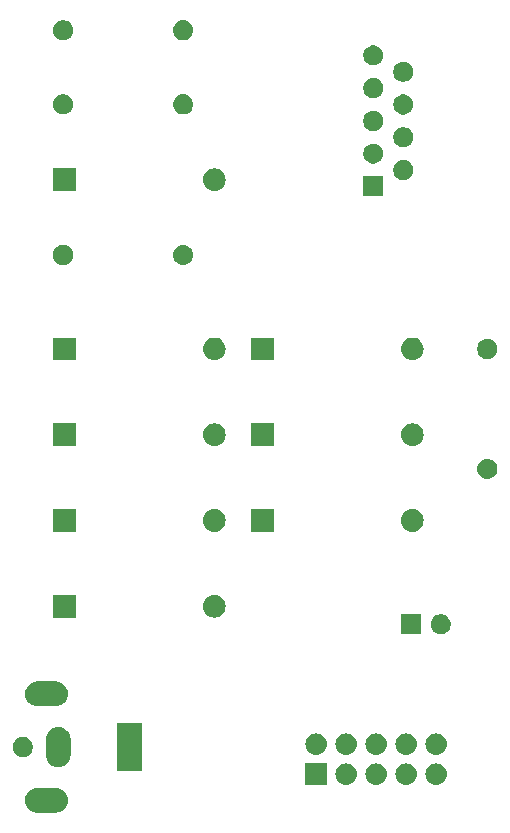
<source format=gbr>
G04 #@! TF.GenerationSoftware,KiCad,Pcbnew,5.1.4-3.fc30*
G04 #@! TF.CreationDate,2019-09-19T16:23:22+02:00*
G04 #@! TF.ProjectId,dasa,64617361-2e6b-4696-9361-645f70636258,rev?*
G04 #@! TF.SameCoordinates,Original*
G04 #@! TF.FileFunction,Soldermask,Top*
G04 #@! TF.FilePolarity,Negative*
%FSLAX46Y46*%
G04 Gerber Fmt 4.6, Leading zero omitted, Abs format (unit mm)*
G04 Created by KiCad (PCBNEW 5.1.4-3.fc30) date 2019-09-19 16:23:22*
%MOMM*%
%LPD*%
G04 APERTURE LIST*
%ADD10C,0.100000*%
G04 APERTURE END LIST*
D10*
G36*
X115163097Y-111634069D02*
G01*
X115266032Y-111644207D01*
X115464146Y-111704305D01*
X115464149Y-111704306D01*
X115560975Y-111756061D01*
X115646729Y-111801897D01*
X115806765Y-111933235D01*
X115938103Y-112093271D01*
X115983939Y-112179025D01*
X116035694Y-112275851D01*
X116035695Y-112275854D01*
X116095793Y-112473968D01*
X116116085Y-112680000D01*
X116095793Y-112886032D01*
X116035695Y-113084146D01*
X116035694Y-113084149D01*
X115983939Y-113180975D01*
X115938103Y-113266729D01*
X115806765Y-113426765D01*
X115646729Y-113558103D01*
X115560975Y-113603939D01*
X115464149Y-113655694D01*
X115464146Y-113655695D01*
X115266032Y-113715793D01*
X115163097Y-113725931D01*
X115111631Y-113731000D01*
X113508369Y-113731000D01*
X113456903Y-113725931D01*
X113353968Y-113715793D01*
X113155854Y-113655695D01*
X113155851Y-113655694D01*
X113059025Y-113603939D01*
X112973271Y-113558103D01*
X112813235Y-113426765D01*
X112681897Y-113266729D01*
X112636061Y-113180975D01*
X112584306Y-113084149D01*
X112584305Y-113084146D01*
X112524207Y-112886032D01*
X112503915Y-112680000D01*
X112524207Y-112473968D01*
X112584305Y-112275854D01*
X112584306Y-112275851D01*
X112636061Y-112179025D01*
X112681897Y-112093271D01*
X112813235Y-111933235D01*
X112973271Y-111801897D01*
X113059025Y-111756061D01*
X113155851Y-111704306D01*
X113155854Y-111704305D01*
X113353968Y-111644207D01*
X113456903Y-111634069D01*
X113508369Y-111629000D01*
X115111631Y-111629000D01*
X115163097Y-111634069D01*
X115163097Y-111634069D01*
G37*
G36*
X138074600Y-111404600D02*
G01*
X136245400Y-111404600D01*
X136245400Y-109575400D01*
X138074600Y-109575400D01*
X138074600Y-111404600D01*
X138074600Y-111404600D01*
G37*
G36*
X139879294Y-109588633D02*
G01*
X140051695Y-109640931D01*
X140210583Y-109725858D01*
X140349849Y-109840151D01*
X140464142Y-109979417D01*
X140549069Y-110138305D01*
X140601367Y-110310706D01*
X140619025Y-110490000D01*
X140601367Y-110669294D01*
X140549069Y-110841695D01*
X140464142Y-111000583D01*
X140349849Y-111139849D01*
X140210583Y-111254142D01*
X140051695Y-111339069D01*
X139879294Y-111391367D01*
X139744931Y-111404600D01*
X139655069Y-111404600D01*
X139520706Y-111391367D01*
X139348305Y-111339069D01*
X139189417Y-111254142D01*
X139050151Y-111139849D01*
X138935858Y-111000583D01*
X138850931Y-110841695D01*
X138798633Y-110669294D01*
X138780975Y-110490000D01*
X138798633Y-110310706D01*
X138850931Y-110138305D01*
X138935858Y-109979417D01*
X139050151Y-109840151D01*
X139189417Y-109725858D01*
X139348305Y-109640931D01*
X139520706Y-109588633D01*
X139655069Y-109575400D01*
X139744931Y-109575400D01*
X139879294Y-109588633D01*
X139879294Y-109588633D01*
G37*
G36*
X142419294Y-109588633D02*
G01*
X142591695Y-109640931D01*
X142750583Y-109725858D01*
X142889849Y-109840151D01*
X143004142Y-109979417D01*
X143089069Y-110138305D01*
X143141367Y-110310706D01*
X143159025Y-110490000D01*
X143141367Y-110669294D01*
X143089069Y-110841695D01*
X143004142Y-111000583D01*
X142889849Y-111139849D01*
X142750583Y-111254142D01*
X142591695Y-111339069D01*
X142419294Y-111391367D01*
X142284931Y-111404600D01*
X142195069Y-111404600D01*
X142060706Y-111391367D01*
X141888305Y-111339069D01*
X141729417Y-111254142D01*
X141590151Y-111139849D01*
X141475858Y-111000583D01*
X141390931Y-110841695D01*
X141338633Y-110669294D01*
X141320975Y-110490000D01*
X141338633Y-110310706D01*
X141390931Y-110138305D01*
X141475858Y-109979417D01*
X141590151Y-109840151D01*
X141729417Y-109725858D01*
X141888305Y-109640931D01*
X142060706Y-109588633D01*
X142195069Y-109575400D01*
X142284931Y-109575400D01*
X142419294Y-109588633D01*
X142419294Y-109588633D01*
G37*
G36*
X147499294Y-109588633D02*
G01*
X147671695Y-109640931D01*
X147830583Y-109725858D01*
X147969849Y-109840151D01*
X148084142Y-109979417D01*
X148169069Y-110138305D01*
X148221367Y-110310706D01*
X148239025Y-110490000D01*
X148221367Y-110669294D01*
X148169069Y-110841695D01*
X148084142Y-111000583D01*
X147969849Y-111139849D01*
X147830583Y-111254142D01*
X147671695Y-111339069D01*
X147499294Y-111391367D01*
X147364931Y-111404600D01*
X147275069Y-111404600D01*
X147140706Y-111391367D01*
X146968305Y-111339069D01*
X146809417Y-111254142D01*
X146670151Y-111139849D01*
X146555858Y-111000583D01*
X146470931Y-110841695D01*
X146418633Y-110669294D01*
X146400975Y-110490000D01*
X146418633Y-110310706D01*
X146470931Y-110138305D01*
X146555858Y-109979417D01*
X146670151Y-109840151D01*
X146809417Y-109725858D01*
X146968305Y-109640931D01*
X147140706Y-109588633D01*
X147275069Y-109575400D01*
X147364931Y-109575400D01*
X147499294Y-109588633D01*
X147499294Y-109588633D01*
G37*
G36*
X144959294Y-109588633D02*
G01*
X145131695Y-109640931D01*
X145290583Y-109725858D01*
X145429849Y-109840151D01*
X145544142Y-109979417D01*
X145629069Y-110138305D01*
X145681367Y-110310706D01*
X145699025Y-110490000D01*
X145681367Y-110669294D01*
X145629069Y-110841695D01*
X145544142Y-111000583D01*
X145429849Y-111139849D01*
X145290583Y-111254142D01*
X145131695Y-111339069D01*
X144959294Y-111391367D01*
X144824931Y-111404600D01*
X144735069Y-111404600D01*
X144600706Y-111391367D01*
X144428305Y-111339069D01*
X144269417Y-111254142D01*
X144130151Y-111139849D01*
X144015858Y-111000583D01*
X143930931Y-110841695D01*
X143878633Y-110669294D01*
X143860975Y-110490000D01*
X143878633Y-110310706D01*
X143930931Y-110138305D01*
X144015858Y-109979417D01*
X144130151Y-109840151D01*
X144269417Y-109725858D01*
X144428305Y-109640931D01*
X144600706Y-109588633D01*
X144735069Y-109575400D01*
X144824931Y-109575400D01*
X144959294Y-109588633D01*
X144959294Y-109588633D01*
G37*
G36*
X122361000Y-110231000D02*
G01*
X120259000Y-110231000D01*
X120259000Y-106129000D01*
X122361000Y-106129000D01*
X122361000Y-110231000D01*
X122361000Y-110231000D01*
G37*
G36*
X115516032Y-106494207D02*
G01*
X115714146Y-106554305D01*
X115714149Y-106554306D01*
X115810975Y-106606061D01*
X115896729Y-106651897D01*
X116056765Y-106783235D01*
X116188103Y-106943271D01*
X116233939Y-107029025D01*
X116285694Y-107125851D01*
X116285695Y-107125854D01*
X116345793Y-107323968D01*
X116361000Y-107478370D01*
X116361000Y-108881630D01*
X116345793Y-109036032D01*
X116285695Y-109234145D01*
X116285694Y-109234149D01*
X116233939Y-109330975D01*
X116188103Y-109416729D01*
X116056765Y-109576765D01*
X115896729Y-109708103D01*
X115780030Y-109770479D01*
X115714148Y-109805694D01*
X115714145Y-109805695D01*
X115516031Y-109865793D01*
X115310000Y-109886085D01*
X115103968Y-109865793D01*
X114905854Y-109805695D01*
X114905851Y-109805694D01*
X114809025Y-109753939D01*
X114723271Y-109708103D01*
X114563235Y-109576765D01*
X114431897Y-109416729D01*
X114334307Y-109234149D01*
X114334306Y-109234148D01*
X114334305Y-109234145D01*
X114274207Y-109036031D01*
X114259000Y-108881629D01*
X114259000Y-107478369D01*
X114274207Y-107323970D01*
X114334305Y-107125853D01*
X114409184Y-106985766D01*
X114431898Y-106943271D01*
X114563236Y-106783235D01*
X114723272Y-106651897D01*
X114809026Y-106606061D01*
X114905852Y-106554306D01*
X114905855Y-106554305D01*
X115103969Y-106494207D01*
X115310000Y-106473915D01*
X115516032Y-106494207D01*
X115516032Y-106494207D01*
G37*
G36*
X112558228Y-107361703D02*
G01*
X112713100Y-107425853D01*
X112852481Y-107518985D01*
X112971015Y-107637519D01*
X113064147Y-107776900D01*
X113128297Y-107931772D01*
X113161000Y-108096184D01*
X113161000Y-108263816D01*
X113128297Y-108428228D01*
X113064147Y-108583100D01*
X112971015Y-108722481D01*
X112852481Y-108841015D01*
X112713100Y-108934147D01*
X112558228Y-108998297D01*
X112393816Y-109031000D01*
X112226184Y-109031000D01*
X112061772Y-108998297D01*
X111906900Y-108934147D01*
X111767519Y-108841015D01*
X111648985Y-108722481D01*
X111555853Y-108583100D01*
X111491703Y-108428228D01*
X111459000Y-108263816D01*
X111459000Y-108096184D01*
X111491703Y-107931772D01*
X111555853Y-107776900D01*
X111648985Y-107637519D01*
X111767519Y-107518985D01*
X111906900Y-107425853D01*
X112061772Y-107361703D01*
X112226184Y-107329000D01*
X112393816Y-107329000D01*
X112558228Y-107361703D01*
X112558228Y-107361703D01*
G37*
G36*
X137339294Y-107048633D02*
G01*
X137511695Y-107100931D01*
X137670583Y-107185858D01*
X137809849Y-107300151D01*
X137924142Y-107439417D01*
X138009069Y-107598305D01*
X138061367Y-107770706D01*
X138079025Y-107950000D01*
X138061367Y-108129294D01*
X138009069Y-108301695D01*
X137924142Y-108460583D01*
X137809849Y-108599849D01*
X137670583Y-108714142D01*
X137511695Y-108799069D01*
X137339294Y-108851367D01*
X137204931Y-108864600D01*
X137115069Y-108864600D01*
X136980706Y-108851367D01*
X136808305Y-108799069D01*
X136649417Y-108714142D01*
X136510151Y-108599849D01*
X136395858Y-108460583D01*
X136310931Y-108301695D01*
X136258633Y-108129294D01*
X136240975Y-107950000D01*
X136258633Y-107770706D01*
X136310931Y-107598305D01*
X136395858Y-107439417D01*
X136510151Y-107300151D01*
X136649417Y-107185858D01*
X136808305Y-107100931D01*
X136980706Y-107048633D01*
X137115069Y-107035400D01*
X137204931Y-107035400D01*
X137339294Y-107048633D01*
X137339294Y-107048633D01*
G37*
G36*
X147499294Y-107048633D02*
G01*
X147671695Y-107100931D01*
X147830583Y-107185858D01*
X147969849Y-107300151D01*
X148084142Y-107439417D01*
X148169069Y-107598305D01*
X148221367Y-107770706D01*
X148239025Y-107950000D01*
X148221367Y-108129294D01*
X148169069Y-108301695D01*
X148084142Y-108460583D01*
X147969849Y-108599849D01*
X147830583Y-108714142D01*
X147671695Y-108799069D01*
X147499294Y-108851367D01*
X147364931Y-108864600D01*
X147275069Y-108864600D01*
X147140706Y-108851367D01*
X146968305Y-108799069D01*
X146809417Y-108714142D01*
X146670151Y-108599849D01*
X146555858Y-108460583D01*
X146470931Y-108301695D01*
X146418633Y-108129294D01*
X146400975Y-107950000D01*
X146418633Y-107770706D01*
X146470931Y-107598305D01*
X146555858Y-107439417D01*
X146670151Y-107300151D01*
X146809417Y-107185858D01*
X146968305Y-107100931D01*
X147140706Y-107048633D01*
X147275069Y-107035400D01*
X147364931Y-107035400D01*
X147499294Y-107048633D01*
X147499294Y-107048633D01*
G37*
G36*
X139879294Y-107048633D02*
G01*
X140051695Y-107100931D01*
X140210583Y-107185858D01*
X140349849Y-107300151D01*
X140464142Y-107439417D01*
X140549069Y-107598305D01*
X140601367Y-107770706D01*
X140619025Y-107950000D01*
X140601367Y-108129294D01*
X140549069Y-108301695D01*
X140464142Y-108460583D01*
X140349849Y-108599849D01*
X140210583Y-108714142D01*
X140051695Y-108799069D01*
X139879294Y-108851367D01*
X139744931Y-108864600D01*
X139655069Y-108864600D01*
X139520706Y-108851367D01*
X139348305Y-108799069D01*
X139189417Y-108714142D01*
X139050151Y-108599849D01*
X138935858Y-108460583D01*
X138850931Y-108301695D01*
X138798633Y-108129294D01*
X138780975Y-107950000D01*
X138798633Y-107770706D01*
X138850931Y-107598305D01*
X138935858Y-107439417D01*
X139050151Y-107300151D01*
X139189417Y-107185858D01*
X139348305Y-107100931D01*
X139520706Y-107048633D01*
X139655069Y-107035400D01*
X139744931Y-107035400D01*
X139879294Y-107048633D01*
X139879294Y-107048633D01*
G37*
G36*
X144959294Y-107048633D02*
G01*
X145131695Y-107100931D01*
X145290583Y-107185858D01*
X145429849Y-107300151D01*
X145544142Y-107439417D01*
X145629069Y-107598305D01*
X145681367Y-107770706D01*
X145699025Y-107950000D01*
X145681367Y-108129294D01*
X145629069Y-108301695D01*
X145544142Y-108460583D01*
X145429849Y-108599849D01*
X145290583Y-108714142D01*
X145131695Y-108799069D01*
X144959294Y-108851367D01*
X144824931Y-108864600D01*
X144735069Y-108864600D01*
X144600706Y-108851367D01*
X144428305Y-108799069D01*
X144269417Y-108714142D01*
X144130151Y-108599849D01*
X144015858Y-108460583D01*
X143930931Y-108301695D01*
X143878633Y-108129294D01*
X143860975Y-107950000D01*
X143878633Y-107770706D01*
X143930931Y-107598305D01*
X144015858Y-107439417D01*
X144130151Y-107300151D01*
X144269417Y-107185858D01*
X144428305Y-107100931D01*
X144600706Y-107048633D01*
X144735069Y-107035400D01*
X144824931Y-107035400D01*
X144959294Y-107048633D01*
X144959294Y-107048633D01*
G37*
G36*
X142419294Y-107048633D02*
G01*
X142591695Y-107100931D01*
X142750583Y-107185858D01*
X142889849Y-107300151D01*
X143004142Y-107439417D01*
X143089069Y-107598305D01*
X143141367Y-107770706D01*
X143159025Y-107950000D01*
X143141367Y-108129294D01*
X143089069Y-108301695D01*
X143004142Y-108460583D01*
X142889849Y-108599849D01*
X142750583Y-108714142D01*
X142591695Y-108799069D01*
X142419294Y-108851367D01*
X142284931Y-108864600D01*
X142195069Y-108864600D01*
X142060706Y-108851367D01*
X141888305Y-108799069D01*
X141729417Y-108714142D01*
X141590151Y-108599849D01*
X141475858Y-108460583D01*
X141390931Y-108301695D01*
X141338633Y-108129294D01*
X141320975Y-107950000D01*
X141338633Y-107770706D01*
X141390931Y-107598305D01*
X141475858Y-107439417D01*
X141590151Y-107300151D01*
X141729417Y-107185858D01*
X141888305Y-107100931D01*
X142060706Y-107048633D01*
X142195069Y-107035400D01*
X142284931Y-107035400D01*
X142419294Y-107048633D01*
X142419294Y-107048633D01*
G37*
G36*
X115163097Y-102634069D02*
G01*
X115266032Y-102644207D01*
X115464146Y-102704305D01*
X115464149Y-102704306D01*
X115560975Y-102756061D01*
X115646729Y-102801897D01*
X115806765Y-102933235D01*
X115938103Y-103093271D01*
X115983939Y-103179025D01*
X116035694Y-103275851D01*
X116035695Y-103275854D01*
X116095793Y-103473968D01*
X116116085Y-103680000D01*
X116095793Y-103886032D01*
X116035695Y-104084146D01*
X116035694Y-104084149D01*
X115983939Y-104180975D01*
X115938103Y-104266729D01*
X115806765Y-104426765D01*
X115646729Y-104558103D01*
X115560975Y-104603939D01*
X115464149Y-104655694D01*
X115464146Y-104655695D01*
X115266032Y-104715793D01*
X115163097Y-104725931D01*
X115111631Y-104731000D01*
X113508369Y-104731000D01*
X113456903Y-104725931D01*
X113353968Y-104715793D01*
X113155854Y-104655695D01*
X113155851Y-104655694D01*
X113059025Y-104603939D01*
X112973271Y-104558103D01*
X112813235Y-104426765D01*
X112681897Y-104266729D01*
X112636061Y-104180975D01*
X112584306Y-104084149D01*
X112584305Y-104084146D01*
X112524207Y-103886032D01*
X112503915Y-103680000D01*
X112524207Y-103473968D01*
X112584305Y-103275854D01*
X112584306Y-103275851D01*
X112636061Y-103179025D01*
X112681897Y-103093271D01*
X112813235Y-102933235D01*
X112973271Y-102801897D01*
X113059025Y-102756061D01*
X113155851Y-102704306D01*
X113155854Y-102704305D01*
X113353968Y-102644207D01*
X113456903Y-102634069D01*
X113508369Y-102629000D01*
X115111631Y-102629000D01*
X115163097Y-102634069D01*
X115163097Y-102634069D01*
G37*
G36*
X146039000Y-98641000D02*
G01*
X144337000Y-98641000D01*
X144337000Y-96939000D01*
X146039000Y-96939000D01*
X146039000Y-98641000D01*
X146039000Y-98641000D01*
G37*
G36*
X147936228Y-96971703D02*
G01*
X148091100Y-97035853D01*
X148230481Y-97128985D01*
X148349015Y-97247519D01*
X148442147Y-97386900D01*
X148506297Y-97541772D01*
X148539000Y-97706184D01*
X148539000Y-97873816D01*
X148506297Y-98038228D01*
X148442147Y-98193100D01*
X148349015Y-98332481D01*
X148230481Y-98451015D01*
X148091100Y-98544147D01*
X147936228Y-98608297D01*
X147771816Y-98641000D01*
X147604184Y-98641000D01*
X147439772Y-98608297D01*
X147284900Y-98544147D01*
X147145519Y-98451015D01*
X147026985Y-98332481D01*
X146933853Y-98193100D01*
X146869703Y-98038228D01*
X146837000Y-97873816D01*
X146837000Y-97706184D01*
X146869703Y-97541772D01*
X146933853Y-97386900D01*
X147026985Y-97247519D01*
X147145519Y-97128985D01*
X147284900Y-97035853D01*
X147439772Y-96971703D01*
X147604184Y-96939000D01*
X147771816Y-96939000D01*
X147936228Y-96971703D01*
X147936228Y-96971703D01*
G37*
G36*
X128710425Y-95328760D02*
G01*
X128710428Y-95328761D01*
X128710429Y-95328761D01*
X128889693Y-95383140D01*
X128889696Y-95383142D01*
X128889697Y-95383142D01*
X129054903Y-95471446D01*
X129199712Y-95590288D01*
X129318554Y-95735097D01*
X129406858Y-95900303D01*
X129406860Y-95900307D01*
X129461239Y-96079571D01*
X129461240Y-96079575D01*
X129479601Y-96266000D01*
X129461240Y-96452425D01*
X129461239Y-96452428D01*
X129461239Y-96452429D01*
X129406860Y-96631693D01*
X129406858Y-96631696D01*
X129406858Y-96631697D01*
X129318554Y-96796903D01*
X129199712Y-96941712D01*
X129054903Y-97060554D01*
X128889697Y-97148858D01*
X128889693Y-97148860D01*
X128710429Y-97203239D01*
X128710428Y-97203239D01*
X128710425Y-97203240D01*
X128570718Y-97217000D01*
X128477282Y-97217000D01*
X128337575Y-97203240D01*
X128337572Y-97203239D01*
X128337571Y-97203239D01*
X128158307Y-97148860D01*
X128158303Y-97148858D01*
X127993097Y-97060554D01*
X127848288Y-96941712D01*
X127729446Y-96796903D01*
X127641142Y-96631697D01*
X127641142Y-96631696D01*
X127641140Y-96631693D01*
X127586761Y-96452429D01*
X127586761Y-96452428D01*
X127586760Y-96452425D01*
X127568399Y-96266000D01*
X127586760Y-96079575D01*
X127586761Y-96079571D01*
X127641140Y-95900307D01*
X127641142Y-95900303D01*
X127729446Y-95735097D01*
X127848288Y-95590288D01*
X127993097Y-95471446D01*
X128158303Y-95383142D01*
X128158304Y-95383142D01*
X128158307Y-95383140D01*
X128337571Y-95328761D01*
X128337572Y-95328761D01*
X128337575Y-95328760D01*
X128477282Y-95315000D01*
X128570718Y-95315000D01*
X128710425Y-95328760D01*
X128710425Y-95328760D01*
G37*
G36*
X116775000Y-97217000D02*
G01*
X114873000Y-97217000D01*
X114873000Y-95315000D01*
X116775000Y-95315000D01*
X116775000Y-97217000D01*
X116775000Y-97217000D01*
G37*
G36*
X133539000Y-89951700D02*
G01*
X131637000Y-89951700D01*
X131637000Y-88049700D01*
X133539000Y-88049700D01*
X133539000Y-89951700D01*
X133539000Y-89951700D01*
G37*
G36*
X116775000Y-89951700D02*
G01*
X114873000Y-89951700D01*
X114873000Y-88049700D01*
X116775000Y-88049700D01*
X116775000Y-89951700D01*
X116775000Y-89951700D01*
G37*
G36*
X128710425Y-88063460D02*
G01*
X128710428Y-88063461D01*
X128710429Y-88063461D01*
X128889693Y-88117840D01*
X128889696Y-88117842D01*
X128889697Y-88117842D01*
X129054903Y-88206146D01*
X129199712Y-88324988D01*
X129318554Y-88469797D01*
X129406858Y-88635003D01*
X129406860Y-88635007D01*
X129461239Y-88814271D01*
X129461240Y-88814275D01*
X129479601Y-89000700D01*
X129461240Y-89187125D01*
X129461239Y-89187128D01*
X129461239Y-89187129D01*
X129406860Y-89366393D01*
X129406858Y-89366396D01*
X129406858Y-89366397D01*
X129318554Y-89531603D01*
X129199712Y-89676412D01*
X129054903Y-89795254D01*
X128889697Y-89883558D01*
X128889693Y-89883560D01*
X128710429Y-89937939D01*
X128710428Y-89937939D01*
X128710425Y-89937940D01*
X128570718Y-89951700D01*
X128477282Y-89951700D01*
X128337575Y-89937940D01*
X128337572Y-89937939D01*
X128337571Y-89937939D01*
X128158307Y-89883560D01*
X128158303Y-89883558D01*
X127993097Y-89795254D01*
X127848288Y-89676412D01*
X127729446Y-89531603D01*
X127641142Y-89366397D01*
X127641142Y-89366396D01*
X127641140Y-89366393D01*
X127586761Y-89187129D01*
X127586761Y-89187128D01*
X127586760Y-89187125D01*
X127568399Y-89000700D01*
X127586760Y-88814275D01*
X127586761Y-88814271D01*
X127641140Y-88635007D01*
X127641142Y-88635003D01*
X127729446Y-88469797D01*
X127848288Y-88324988D01*
X127993097Y-88206146D01*
X128158303Y-88117842D01*
X128158304Y-88117842D01*
X128158307Y-88117840D01*
X128337571Y-88063461D01*
X128337572Y-88063461D01*
X128337575Y-88063460D01*
X128477282Y-88049700D01*
X128570718Y-88049700D01*
X128710425Y-88063460D01*
X128710425Y-88063460D01*
G37*
G36*
X145474425Y-88063460D02*
G01*
X145474428Y-88063461D01*
X145474429Y-88063461D01*
X145653693Y-88117840D01*
X145653696Y-88117842D01*
X145653697Y-88117842D01*
X145818903Y-88206146D01*
X145963712Y-88324988D01*
X146082554Y-88469797D01*
X146170858Y-88635003D01*
X146170860Y-88635007D01*
X146225239Y-88814271D01*
X146225240Y-88814275D01*
X146243601Y-89000700D01*
X146225240Y-89187125D01*
X146225239Y-89187128D01*
X146225239Y-89187129D01*
X146170860Y-89366393D01*
X146170858Y-89366396D01*
X146170858Y-89366397D01*
X146082554Y-89531603D01*
X145963712Y-89676412D01*
X145818903Y-89795254D01*
X145653697Y-89883558D01*
X145653693Y-89883560D01*
X145474429Y-89937939D01*
X145474428Y-89937939D01*
X145474425Y-89937940D01*
X145334718Y-89951700D01*
X145241282Y-89951700D01*
X145101575Y-89937940D01*
X145101572Y-89937939D01*
X145101571Y-89937939D01*
X144922307Y-89883560D01*
X144922303Y-89883558D01*
X144757097Y-89795254D01*
X144612288Y-89676412D01*
X144493446Y-89531603D01*
X144405142Y-89366397D01*
X144405142Y-89366396D01*
X144405140Y-89366393D01*
X144350761Y-89187129D01*
X144350761Y-89187128D01*
X144350760Y-89187125D01*
X144332399Y-89000700D01*
X144350760Y-88814275D01*
X144350761Y-88814271D01*
X144405140Y-88635007D01*
X144405142Y-88635003D01*
X144493446Y-88469797D01*
X144612288Y-88324988D01*
X144757097Y-88206146D01*
X144922303Y-88117842D01*
X144922304Y-88117842D01*
X144922307Y-88117840D01*
X145101571Y-88063461D01*
X145101572Y-88063461D01*
X145101575Y-88063460D01*
X145241282Y-88049700D01*
X145334718Y-88049700D01*
X145474425Y-88063460D01*
X145474425Y-88063460D01*
G37*
G36*
X151804823Y-83791313D02*
G01*
X151965242Y-83839976D01*
X152097906Y-83910886D01*
X152113078Y-83918996D01*
X152242659Y-84025341D01*
X152349004Y-84154922D01*
X152349005Y-84154924D01*
X152428024Y-84302758D01*
X152476687Y-84463177D01*
X152493117Y-84630000D01*
X152476687Y-84796823D01*
X152428024Y-84957242D01*
X152357114Y-85089906D01*
X152349004Y-85105078D01*
X152242659Y-85234659D01*
X152113078Y-85341004D01*
X152113076Y-85341005D01*
X151965242Y-85420024D01*
X151804823Y-85468687D01*
X151679804Y-85481000D01*
X151596196Y-85481000D01*
X151471177Y-85468687D01*
X151310758Y-85420024D01*
X151162924Y-85341005D01*
X151162922Y-85341004D01*
X151033341Y-85234659D01*
X150926996Y-85105078D01*
X150918886Y-85089906D01*
X150847976Y-84957242D01*
X150799313Y-84796823D01*
X150782883Y-84630000D01*
X150799313Y-84463177D01*
X150847976Y-84302758D01*
X150926995Y-84154924D01*
X150926996Y-84154922D01*
X151033341Y-84025341D01*
X151162922Y-83918996D01*
X151178094Y-83910886D01*
X151310758Y-83839976D01*
X151471177Y-83791313D01*
X151596196Y-83779000D01*
X151679804Y-83779000D01*
X151804823Y-83791313D01*
X151804823Y-83791313D01*
G37*
G36*
X133539000Y-82686300D02*
G01*
X131637000Y-82686300D01*
X131637000Y-80784300D01*
X133539000Y-80784300D01*
X133539000Y-82686300D01*
X133539000Y-82686300D01*
G37*
G36*
X116775000Y-82686300D02*
G01*
X114873000Y-82686300D01*
X114873000Y-80784300D01*
X116775000Y-80784300D01*
X116775000Y-82686300D01*
X116775000Y-82686300D01*
G37*
G36*
X145474425Y-80798060D02*
G01*
X145474428Y-80798061D01*
X145474429Y-80798061D01*
X145653693Y-80852440D01*
X145653696Y-80852442D01*
X145653697Y-80852442D01*
X145818903Y-80940746D01*
X145963712Y-81059588D01*
X146082554Y-81204397D01*
X146170858Y-81369603D01*
X146170860Y-81369607D01*
X146225239Y-81548871D01*
X146225240Y-81548875D01*
X146243601Y-81735300D01*
X146225240Y-81921725D01*
X146225239Y-81921728D01*
X146225239Y-81921729D01*
X146170860Y-82100993D01*
X146170858Y-82100996D01*
X146170858Y-82100997D01*
X146082554Y-82266203D01*
X145963712Y-82411012D01*
X145818903Y-82529854D01*
X145653697Y-82618158D01*
X145653693Y-82618160D01*
X145474429Y-82672539D01*
X145474428Y-82672539D01*
X145474425Y-82672540D01*
X145334718Y-82686300D01*
X145241282Y-82686300D01*
X145101575Y-82672540D01*
X145101572Y-82672539D01*
X145101571Y-82672539D01*
X144922307Y-82618160D01*
X144922303Y-82618158D01*
X144757097Y-82529854D01*
X144612288Y-82411012D01*
X144493446Y-82266203D01*
X144405142Y-82100997D01*
X144405142Y-82100996D01*
X144405140Y-82100993D01*
X144350761Y-81921729D01*
X144350761Y-81921728D01*
X144350760Y-81921725D01*
X144332399Y-81735300D01*
X144350760Y-81548875D01*
X144350761Y-81548871D01*
X144405140Y-81369607D01*
X144405142Y-81369603D01*
X144493446Y-81204397D01*
X144612288Y-81059588D01*
X144757097Y-80940746D01*
X144922303Y-80852442D01*
X144922304Y-80852442D01*
X144922307Y-80852440D01*
X145101571Y-80798061D01*
X145101572Y-80798061D01*
X145101575Y-80798060D01*
X145241282Y-80784300D01*
X145334718Y-80784300D01*
X145474425Y-80798060D01*
X145474425Y-80798060D01*
G37*
G36*
X128710425Y-80798060D02*
G01*
X128710428Y-80798061D01*
X128710429Y-80798061D01*
X128889693Y-80852440D01*
X128889696Y-80852442D01*
X128889697Y-80852442D01*
X129054903Y-80940746D01*
X129199712Y-81059588D01*
X129318554Y-81204397D01*
X129406858Y-81369603D01*
X129406860Y-81369607D01*
X129461239Y-81548871D01*
X129461240Y-81548875D01*
X129479601Y-81735300D01*
X129461240Y-81921725D01*
X129461239Y-81921728D01*
X129461239Y-81921729D01*
X129406860Y-82100993D01*
X129406858Y-82100996D01*
X129406858Y-82100997D01*
X129318554Y-82266203D01*
X129199712Y-82411012D01*
X129054903Y-82529854D01*
X128889697Y-82618158D01*
X128889693Y-82618160D01*
X128710429Y-82672539D01*
X128710428Y-82672539D01*
X128710425Y-82672540D01*
X128570718Y-82686300D01*
X128477282Y-82686300D01*
X128337575Y-82672540D01*
X128337572Y-82672539D01*
X128337571Y-82672539D01*
X128158307Y-82618160D01*
X128158303Y-82618158D01*
X127993097Y-82529854D01*
X127848288Y-82411012D01*
X127729446Y-82266203D01*
X127641142Y-82100997D01*
X127641142Y-82100996D01*
X127641140Y-82100993D01*
X127586761Y-81921729D01*
X127586761Y-81921728D01*
X127586760Y-81921725D01*
X127568399Y-81735300D01*
X127586760Y-81548875D01*
X127586761Y-81548871D01*
X127641140Y-81369607D01*
X127641142Y-81369603D01*
X127729446Y-81204397D01*
X127848288Y-81059588D01*
X127993097Y-80940746D01*
X128158303Y-80852442D01*
X128158304Y-80852442D01*
X128158307Y-80852440D01*
X128337571Y-80798061D01*
X128337572Y-80798061D01*
X128337575Y-80798060D01*
X128477282Y-80784300D01*
X128570718Y-80784300D01*
X128710425Y-80798060D01*
X128710425Y-80798060D01*
G37*
G36*
X133539000Y-75421000D02*
G01*
X131637000Y-75421000D01*
X131637000Y-73519000D01*
X133539000Y-73519000D01*
X133539000Y-75421000D01*
X133539000Y-75421000D01*
G37*
G36*
X145474425Y-73532760D02*
G01*
X145474428Y-73532761D01*
X145474429Y-73532761D01*
X145653693Y-73587140D01*
X145653696Y-73587142D01*
X145653697Y-73587142D01*
X145818903Y-73675446D01*
X145963712Y-73794288D01*
X146082554Y-73939097D01*
X146150867Y-74066903D01*
X146170860Y-74104307D01*
X146225239Y-74283571D01*
X146225240Y-74283575D01*
X146243601Y-74470000D01*
X146225240Y-74656425D01*
X146225239Y-74656428D01*
X146225239Y-74656429D01*
X146170860Y-74835693D01*
X146170858Y-74835696D01*
X146170858Y-74835697D01*
X146082554Y-75000903D01*
X145963712Y-75145712D01*
X145818903Y-75264554D01*
X145713299Y-75321000D01*
X145653693Y-75352860D01*
X145474429Y-75407239D01*
X145474428Y-75407239D01*
X145474425Y-75407240D01*
X145334718Y-75421000D01*
X145241282Y-75421000D01*
X145101575Y-75407240D01*
X145101572Y-75407239D01*
X145101571Y-75407239D01*
X144922307Y-75352860D01*
X144862701Y-75321000D01*
X144757097Y-75264554D01*
X144612288Y-75145712D01*
X144493446Y-75000903D01*
X144405142Y-74835697D01*
X144405142Y-74835696D01*
X144405140Y-74835693D01*
X144350761Y-74656429D01*
X144350761Y-74656428D01*
X144350760Y-74656425D01*
X144332399Y-74470000D01*
X144350760Y-74283575D01*
X144350761Y-74283571D01*
X144405140Y-74104307D01*
X144425133Y-74066903D01*
X144493446Y-73939097D01*
X144612288Y-73794288D01*
X144757097Y-73675446D01*
X144922303Y-73587142D01*
X144922304Y-73587142D01*
X144922307Y-73587140D01*
X145101571Y-73532761D01*
X145101572Y-73532761D01*
X145101575Y-73532760D01*
X145241282Y-73519000D01*
X145334718Y-73519000D01*
X145474425Y-73532760D01*
X145474425Y-73532760D01*
G37*
G36*
X128710425Y-73532760D02*
G01*
X128710428Y-73532761D01*
X128710429Y-73532761D01*
X128889693Y-73587140D01*
X128889696Y-73587142D01*
X128889697Y-73587142D01*
X129054903Y-73675446D01*
X129199712Y-73794288D01*
X129318554Y-73939097D01*
X129386867Y-74066903D01*
X129406860Y-74104307D01*
X129461239Y-74283571D01*
X129461240Y-74283575D01*
X129479601Y-74470000D01*
X129461240Y-74656425D01*
X129461239Y-74656428D01*
X129461239Y-74656429D01*
X129406860Y-74835693D01*
X129406858Y-74835696D01*
X129406858Y-74835697D01*
X129318554Y-75000903D01*
X129199712Y-75145712D01*
X129054903Y-75264554D01*
X128949299Y-75321000D01*
X128889693Y-75352860D01*
X128710429Y-75407239D01*
X128710428Y-75407239D01*
X128710425Y-75407240D01*
X128570718Y-75421000D01*
X128477282Y-75421000D01*
X128337575Y-75407240D01*
X128337572Y-75407239D01*
X128337571Y-75407239D01*
X128158307Y-75352860D01*
X128098701Y-75321000D01*
X127993097Y-75264554D01*
X127848288Y-75145712D01*
X127729446Y-75000903D01*
X127641142Y-74835697D01*
X127641142Y-74835696D01*
X127641140Y-74835693D01*
X127586761Y-74656429D01*
X127586761Y-74656428D01*
X127586760Y-74656425D01*
X127568399Y-74470000D01*
X127586760Y-74283575D01*
X127586761Y-74283571D01*
X127641140Y-74104307D01*
X127661133Y-74066903D01*
X127729446Y-73939097D01*
X127848288Y-73794288D01*
X127993097Y-73675446D01*
X128158303Y-73587142D01*
X128158304Y-73587142D01*
X128158307Y-73587140D01*
X128337571Y-73532761D01*
X128337572Y-73532761D01*
X128337575Y-73532760D01*
X128477282Y-73519000D01*
X128570718Y-73519000D01*
X128710425Y-73532760D01*
X128710425Y-73532760D01*
G37*
G36*
X116775000Y-75421000D02*
G01*
X114873000Y-75421000D01*
X114873000Y-73519000D01*
X116775000Y-73519000D01*
X116775000Y-75421000D01*
X116775000Y-75421000D01*
G37*
G36*
X151886228Y-73651703D02*
G01*
X152041100Y-73715853D01*
X152180481Y-73808985D01*
X152299015Y-73927519D01*
X152392147Y-74066900D01*
X152456297Y-74221772D01*
X152489000Y-74386184D01*
X152489000Y-74553816D01*
X152456297Y-74718228D01*
X152392147Y-74873100D01*
X152299015Y-75012481D01*
X152180481Y-75131015D01*
X152041100Y-75224147D01*
X151886228Y-75288297D01*
X151721816Y-75321000D01*
X151554184Y-75321000D01*
X151389772Y-75288297D01*
X151234900Y-75224147D01*
X151095519Y-75131015D01*
X150976985Y-75012481D01*
X150883853Y-74873100D01*
X150819703Y-74718228D01*
X150787000Y-74553816D01*
X150787000Y-74386184D01*
X150819703Y-74221772D01*
X150883853Y-74066900D01*
X150976985Y-73927519D01*
X151095519Y-73808985D01*
X151234900Y-73715853D01*
X151389772Y-73651703D01*
X151554184Y-73619000D01*
X151721816Y-73619000D01*
X151886228Y-73651703D01*
X151886228Y-73651703D01*
G37*
G36*
X126050823Y-65677313D02*
G01*
X126211242Y-65725976D01*
X126278361Y-65761852D01*
X126359078Y-65804996D01*
X126488659Y-65911341D01*
X126595004Y-66040922D01*
X126595005Y-66040924D01*
X126674024Y-66188758D01*
X126722687Y-66349177D01*
X126739117Y-66516000D01*
X126722687Y-66682823D01*
X126674024Y-66843242D01*
X126633477Y-66919100D01*
X126595004Y-66991078D01*
X126488659Y-67120659D01*
X126359078Y-67227004D01*
X126359076Y-67227005D01*
X126211242Y-67306024D01*
X126050823Y-67354687D01*
X125925804Y-67367000D01*
X125842196Y-67367000D01*
X125717177Y-67354687D01*
X125556758Y-67306024D01*
X125408924Y-67227005D01*
X125408922Y-67227004D01*
X125279341Y-67120659D01*
X125172996Y-66991078D01*
X125134523Y-66919100D01*
X125093976Y-66843242D01*
X125045313Y-66682823D01*
X125028883Y-66516000D01*
X125045313Y-66349177D01*
X125093976Y-66188758D01*
X125172995Y-66040924D01*
X125172996Y-66040922D01*
X125279341Y-65911341D01*
X125408922Y-65804996D01*
X125489639Y-65761852D01*
X125556758Y-65725976D01*
X125717177Y-65677313D01*
X125842196Y-65665000D01*
X125925804Y-65665000D01*
X126050823Y-65677313D01*
X126050823Y-65677313D01*
G37*
G36*
X115972228Y-65697703D02*
G01*
X116127100Y-65761853D01*
X116266481Y-65854985D01*
X116385015Y-65973519D01*
X116478147Y-66112900D01*
X116542297Y-66267772D01*
X116575000Y-66432184D01*
X116575000Y-66599816D01*
X116542297Y-66764228D01*
X116478147Y-66919100D01*
X116385015Y-67058481D01*
X116266481Y-67177015D01*
X116127100Y-67270147D01*
X115972228Y-67334297D01*
X115807816Y-67367000D01*
X115640184Y-67367000D01*
X115475772Y-67334297D01*
X115320900Y-67270147D01*
X115181519Y-67177015D01*
X115062985Y-67058481D01*
X114969853Y-66919100D01*
X114905703Y-66764228D01*
X114873000Y-66599816D01*
X114873000Y-66432184D01*
X114905703Y-66267772D01*
X114969853Y-66112900D01*
X115062985Y-65973519D01*
X115181519Y-65854985D01*
X115320900Y-65761853D01*
X115475772Y-65697703D01*
X115640184Y-65665000D01*
X115807816Y-65665000D01*
X115972228Y-65697703D01*
X115972228Y-65697703D01*
G37*
G36*
X142837000Y-61557000D02*
G01*
X141135000Y-61557000D01*
X141135000Y-59855000D01*
X142837000Y-59855000D01*
X142837000Y-61557000D01*
X142837000Y-61557000D01*
G37*
G36*
X116775000Y-61094300D02*
G01*
X114873000Y-61094300D01*
X114873000Y-59192300D01*
X116775000Y-59192300D01*
X116775000Y-61094300D01*
X116775000Y-61094300D01*
G37*
G36*
X128710425Y-59206060D02*
G01*
X128710428Y-59206061D01*
X128710429Y-59206061D01*
X128889693Y-59260440D01*
X128889696Y-59260442D01*
X128889697Y-59260442D01*
X129054903Y-59348746D01*
X129199712Y-59467588D01*
X129318554Y-59612397D01*
X129378260Y-59724100D01*
X129406860Y-59777607D01*
X129461239Y-59956871D01*
X129461240Y-59956875D01*
X129479601Y-60143300D01*
X129461240Y-60329725D01*
X129461239Y-60329728D01*
X129461239Y-60329729D01*
X129406860Y-60508993D01*
X129406858Y-60508996D01*
X129406858Y-60508997D01*
X129318554Y-60674203D01*
X129199712Y-60819012D01*
X129054903Y-60937854D01*
X128889697Y-61026158D01*
X128889693Y-61026160D01*
X128710429Y-61080539D01*
X128710428Y-61080539D01*
X128710425Y-61080540D01*
X128570718Y-61094300D01*
X128477282Y-61094300D01*
X128337575Y-61080540D01*
X128337572Y-61080539D01*
X128337571Y-61080539D01*
X128158307Y-61026160D01*
X128158303Y-61026158D01*
X127993097Y-60937854D01*
X127848288Y-60819012D01*
X127729446Y-60674203D01*
X127641142Y-60508997D01*
X127641142Y-60508996D01*
X127641140Y-60508993D01*
X127586761Y-60329729D01*
X127586761Y-60329728D01*
X127586760Y-60329725D01*
X127568399Y-60143300D01*
X127586760Y-59956875D01*
X127586761Y-59956871D01*
X127641140Y-59777607D01*
X127669740Y-59724100D01*
X127729446Y-59612397D01*
X127848288Y-59467588D01*
X127993097Y-59348746D01*
X128158303Y-59260442D01*
X128158304Y-59260442D01*
X128158307Y-59260440D01*
X128337571Y-59206061D01*
X128337572Y-59206061D01*
X128337575Y-59206060D01*
X128477282Y-59192300D01*
X128570718Y-59192300D01*
X128710425Y-59206060D01*
X128710425Y-59206060D01*
G37*
G36*
X144774228Y-58502703D02*
G01*
X144929100Y-58566853D01*
X145068481Y-58659985D01*
X145187015Y-58778519D01*
X145280147Y-58917900D01*
X145344297Y-59072772D01*
X145377000Y-59237184D01*
X145377000Y-59404816D01*
X145344297Y-59569228D01*
X145280147Y-59724100D01*
X145187015Y-59863481D01*
X145068481Y-59982015D01*
X144929100Y-60075147D01*
X144774228Y-60139297D01*
X144609816Y-60172000D01*
X144442184Y-60172000D01*
X144277772Y-60139297D01*
X144122900Y-60075147D01*
X143983519Y-59982015D01*
X143864985Y-59863481D01*
X143771853Y-59724100D01*
X143707703Y-59569228D01*
X143675000Y-59404816D01*
X143675000Y-59237184D01*
X143707703Y-59072772D01*
X143771853Y-58917900D01*
X143864985Y-58778519D01*
X143983519Y-58659985D01*
X144122900Y-58566853D01*
X144277772Y-58502703D01*
X144442184Y-58470000D01*
X144609816Y-58470000D01*
X144774228Y-58502703D01*
X144774228Y-58502703D01*
G37*
G36*
X142234228Y-57117703D02*
G01*
X142389100Y-57181853D01*
X142528481Y-57274985D01*
X142647015Y-57393519D01*
X142740147Y-57532900D01*
X142804297Y-57687772D01*
X142837000Y-57852184D01*
X142837000Y-58019816D01*
X142804297Y-58184228D01*
X142740147Y-58339100D01*
X142647015Y-58478481D01*
X142528481Y-58597015D01*
X142389100Y-58690147D01*
X142234228Y-58754297D01*
X142069816Y-58787000D01*
X141902184Y-58787000D01*
X141737772Y-58754297D01*
X141582900Y-58690147D01*
X141443519Y-58597015D01*
X141324985Y-58478481D01*
X141231853Y-58339100D01*
X141167703Y-58184228D01*
X141135000Y-58019816D01*
X141135000Y-57852184D01*
X141167703Y-57687772D01*
X141231853Y-57532900D01*
X141324985Y-57393519D01*
X141443519Y-57274985D01*
X141582900Y-57181853D01*
X141737772Y-57117703D01*
X141902184Y-57085000D01*
X142069816Y-57085000D01*
X142234228Y-57117703D01*
X142234228Y-57117703D01*
G37*
G36*
X144774228Y-55732703D02*
G01*
X144929100Y-55796853D01*
X145068481Y-55889985D01*
X145187015Y-56008519D01*
X145280147Y-56147900D01*
X145344297Y-56302772D01*
X145377000Y-56467184D01*
X145377000Y-56634816D01*
X145344297Y-56799228D01*
X145280147Y-56954100D01*
X145187015Y-57093481D01*
X145068481Y-57212015D01*
X144929100Y-57305147D01*
X144774228Y-57369297D01*
X144609816Y-57402000D01*
X144442184Y-57402000D01*
X144277772Y-57369297D01*
X144122900Y-57305147D01*
X143983519Y-57212015D01*
X143864985Y-57093481D01*
X143771853Y-56954100D01*
X143707703Y-56799228D01*
X143675000Y-56634816D01*
X143675000Y-56467184D01*
X143707703Y-56302772D01*
X143771853Y-56147900D01*
X143864985Y-56008519D01*
X143983519Y-55889985D01*
X144122900Y-55796853D01*
X144277772Y-55732703D01*
X144442184Y-55700000D01*
X144609816Y-55700000D01*
X144774228Y-55732703D01*
X144774228Y-55732703D01*
G37*
G36*
X142234228Y-54347703D02*
G01*
X142389100Y-54411853D01*
X142528481Y-54504985D01*
X142647015Y-54623519D01*
X142740147Y-54762900D01*
X142804297Y-54917772D01*
X142837000Y-55082184D01*
X142837000Y-55249816D01*
X142804297Y-55414228D01*
X142740147Y-55569100D01*
X142647015Y-55708481D01*
X142528481Y-55827015D01*
X142389100Y-55920147D01*
X142234228Y-55984297D01*
X142069816Y-56017000D01*
X141902184Y-56017000D01*
X141737772Y-55984297D01*
X141582900Y-55920147D01*
X141443519Y-55827015D01*
X141324985Y-55708481D01*
X141231853Y-55569100D01*
X141167703Y-55414228D01*
X141135000Y-55249816D01*
X141135000Y-55082184D01*
X141167703Y-54917772D01*
X141231853Y-54762900D01*
X141324985Y-54623519D01*
X141443519Y-54504985D01*
X141582900Y-54411853D01*
X141737772Y-54347703D01*
X141902184Y-54315000D01*
X142069816Y-54315000D01*
X142234228Y-54347703D01*
X142234228Y-54347703D01*
G37*
G36*
X144774228Y-52962703D02*
G01*
X144929100Y-53026853D01*
X145068481Y-53119985D01*
X145187015Y-53238519D01*
X145280147Y-53377900D01*
X145344297Y-53532772D01*
X145377000Y-53697184D01*
X145377000Y-53864816D01*
X145344297Y-54029228D01*
X145280147Y-54184100D01*
X145187015Y-54323481D01*
X145068481Y-54442015D01*
X144929100Y-54535147D01*
X144774228Y-54599297D01*
X144609816Y-54632000D01*
X144442184Y-54632000D01*
X144277772Y-54599297D01*
X144122900Y-54535147D01*
X143983519Y-54442015D01*
X143864985Y-54323481D01*
X143771853Y-54184100D01*
X143707703Y-54029228D01*
X143675000Y-53864816D01*
X143675000Y-53697184D01*
X143707703Y-53532772D01*
X143771853Y-53377900D01*
X143864985Y-53238519D01*
X143983519Y-53119985D01*
X144122900Y-53026853D01*
X144277772Y-52962703D01*
X144442184Y-52930000D01*
X144609816Y-52930000D01*
X144774228Y-52962703D01*
X144774228Y-52962703D01*
G37*
G36*
X126050823Y-52932013D02*
G01*
X126211242Y-52980676D01*
X126278361Y-53016552D01*
X126359078Y-53059696D01*
X126488659Y-53166041D01*
X126595004Y-53295622D01*
X126595005Y-53295624D01*
X126674024Y-53443458D01*
X126722687Y-53603877D01*
X126739117Y-53770700D01*
X126722687Y-53937523D01*
X126674024Y-54097942D01*
X126603114Y-54230606D01*
X126595004Y-54245778D01*
X126488659Y-54375359D01*
X126359078Y-54481704D01*
X126359076Y-54481705D01*
X126211242Y-54560724D01*
X126050823Y-54609387D01*
X125925804Y-54621700D01*
X125842196Y-54621700D01*
X125717177Y-54609387D01*
X125556758Y-54560724D01*
X125408924Y-54481705D01*
X125408922Y-54481704D01*
X125279341Y-54375359D01*
X125172996Y-54245778D01*
X125164886Y-54230606D01*
X125093976Y-54097942D01*
X125045313Y-53937523D01*
X125028883Y-53770700D01*
X125045313Y-53603877D01*
X125093976Y-53443458D01*
X125172995Y-53295624D01*
X125172996Y-53295622D01*
X125279341Y-53166041D01*
X125408922Y-53059696D01*
X125489639Y-53016552D01*
X125556758Y-52980676D01*
X125717177Y-52932013D01*
X125842196Y-52919700D01*
X125925804Y-52919700D01*
X126050823Y-52932013D01*
X126050823Y-52932013D01*
G37*
G36*
X115972228Y-52952403D02*
G01*
X116127100Y-53016553D01*
X116266481Y-53109685D01*
X116385015Y-53228219D01*
X116478147Y-53367600D01*
X116542297Y-53522472D01*
X116575000Y-53686884D01*
X116575000Y-53854516D01*
X116542297Y-54018928D01*
X116478147Y-54173800D01*
X116385015Y-54313181D01*
X116266481Y-54431715D01*
X116127100Y-54524847D01*
X115972228Y-54588997D01*
X115807816Y-54621700D01*
X115640184Y-54621700D01*
X115475772Y-54588997D01*
X115320900Y-54524847D01*
X115181519Y-54431715D01*
X115062985Y-54313181D01*
X114969853Y-54173800D01*
X114905703Y-54018928D01*
X114873000Y-53854516D01*
X114873000Y-53686884D01*
X114905703Y-53522472D01*
X114969853Y-53367600D01*
X115062985Y-53228219D01*
X115181519Y-53109685D01*
X115320900Y-53016553D01*
X115475772Y-52952403D01*
X115640184Y-52919700D01*
X115807816Y-52919700D01*
X115972228Y-52952403D01*
X115972228Y-52952403D01*
G37*
G36*
X142234228Y-51577703D02*
G01*
X142389100Y-51641853D01*
X142528481Y-51734985D01*
X142647015Y-51853519D01*
X142740147Y-51992900D01*
X142804297Y-52147772D01*
X142837000Y-52312184D01*
X142837000Y-52479816D01*
X142804297Y-52644228D01*
X142740147Y-52799100D01*
X142647015Y-52938481D01*
X142528481Y-53057015D01*
X142389100Y-53150147D01*
X142234228Y-53214297D01*
X142069816Y-53247000D01*
X141902184Y-53247000D01*
X141737772Y-53214297D01*
X141582900Y-53150147D01*
X141443519Y-53057015D01*
X141324985Y-52938481D01*
X141231853Y-52799100D01*
X141167703Y-52644228D01*
X141135000Y-52479816D01*
X141135000Y-52312184D01*
X141167703Y-52147772D01*
X141231853Y-51992900D01*
X141324985Y-51853519D01*
X141443519Y-51734985D01*
X141582900Y-51641853D01*
X141737772Y-51577703D01*
X141902184Y-51545000D01*
X142069816Y-51545000D01*
X142234228Y-51577703D01*
X142234228Y-51577703D01*
G37*
G36*
X144774228Y-50192703D02*
G01*
X144929100Y-50256853D01*
X145068481Y-50349985D01*
X145187015Y-50468519D01*
X145280147Y-50607900D01*
X145344297Y-50762772D01*
X145377000Y-50927184D01*
X145377000Y-51094816D01*
X145344297Y-51259228D01*
X145280147Y-51414100D01*
X145187015Y-51553481D01*
X145068481Y-51672015D01*
X144929100Y-51765147D01*
X144774228Y-51829297D01*
X144609816Y-51862000D01*
X144442184Y-51862000D01*
X144277772Y-51829297D01*
X144122900Y-51765147D01*
X143983519Y-51672015D01*
X143864985Y-51553481D01*
X143771853Y-51414100D01*
X143707703Y-51259228D01*
X143675000Y-51094816D01*
X143675000Y-50927184D01*
X143707703Y-50762772D01*
X143771853Y-50607900D01*
X143864985Y-50468519D01*
X143983519Y-50349985D01*
X144122900Y-50256853D01*
X144277772Y-50192703D01*
X144442184Y-50160000D01*
X144609816Y-50160000D01*
X144774228Y-50192703D01*
X144774228Y-50192703D01*
G37*
G36*
X142234228Y-48807703D02*
G01*
X142389100Y-48871853D01*
X142528481Y-48964985D01*
X142647015Y-49083519D01*
X142740147Y-49222900D01*
X142804297Y-49377772D01*
X142837000Y-49542184D01*
X142837000Y-49709816D01*
X142804297Y-49874228D01*
X142740147Y-50029100D01*
X142647015Y-50168481D01*
X142528481Y-50287015D01*
X142389100Y-50380147D01*
X142234228Y-50444297D01*
X142069816Y-50477000D01*
X141902184Y-50477000D01*
X141737772Y-50444297D01*
X141582900Y-50380147D01*
X141443519Y-50287015D01*
X141324985Y-50168481D01*
X141231853Y-50029100D01*
X141167703Y-49874228D01*
X141135000Y-49709816D01*
X141135000Y-49542184D01*
X141167703Y-49377772D01*
X141231853Y-49222900D01*
X141324985Y-49083519D01*
X141443519Y-48964985D01*
X141582900Y-48871853D01*
X141737772Y-48807703D01*
X141902184Y-48775000D01*
X142069816Y-48775000D01*
X142234228Y-48807703D01*
X142234228Y-48807703D01*
G37*
G36*
X126050823Y-46659313D02*
G01*
X126211242Y-46707976D01*
X126278361Y-46743852D01*
X126359078Y-46786996D01*
X126488659Y-46893341D01*
X126595004Y-47022922D01*
X126595005Y-47022924D01*
X126674024Y-47170758D01*
X126722687Y-47331177D01*
X126739117Y-47498000D01*
X126722687Y-47664823D01*
X126674024Y-47825242D01*
X126633477Y-47901100D01*
X126595004Y-47973078D01*
X126488659Y-48102659D01*
X126359078Y-48209004D01*
X126359076Y-48209005D01*
X126211242Y-48288024D01*
X126050823Y-48336687D01*
X125925804Y-48349000D01*
X125842196Y-48349000D01*
X125717177Y-48336687D01*
X125556758Y-48288024D01*
X125408924Y-48209005D01*
X125408922Y-48209004D01*
X125279341Y-48102659D01*
X125172996Y-47973078D01*
X125134523Y-47901100D01*
X125093976Y-47825242D01*
X125045313Y-47664823D01*
X125028883Y-47498000D01*
X125045313Y-47331177D01*
X125093976Y-47170758D01*
X125172995Y-47022924D01*
X125172996Y-47022922D01*
X125279341Y-46893341D01*
X125408922Y-46786996D01*
X125489639Y-46743852D01*
X125556758Y-46707976D01*
X125717177Y-46659313D01*
X125842196Y-46647000D01*
X125925804Y-46647000D01*
X126050823Y-46659313D01*
X126050823Y-46659313D01*
G37*
G36*
X115972228Y-46679703D02*
G01*
X116127100Y-46743853D01*
X116266481Y-46836985D01*
X116385015Y-46955519D01*
X116478147Y-47094900D01*
X116542297Y-47249772D01*
X116575000Y-47414184D01*
X116575000Y-47581816D01*
X116542297Y-47746228D01*
X116478147Y-47901100D01*
X116385015Y-48040481D01*
X116266481Y-48159015D01*
X116127100Y-48252147D01*
X115972228Y-48316297D01*
X115807816Y-48349000D01*
X115640184Y-48349000D01*
X115475772Y-48316297D01*
X115320900Y-48252147D01*
X115181519Y-48159015D01*
X115062985Y-48040481D01*
X114969853Y-47901100D01*
X114905703Y-47746228D01*
X114873000Y-47581816D01*
X114873000Y-47414184D01*
X114905703Y-47249772D01*
X114969853Y-47094900D01*
X115062985Y-46955519D01*
X115181519Y-46836985D01*
X115320900Y-46743853D01*
X115475772Y-46679703D01*
X115640184Y-46647000D01*
X115807816Y-46647000D01*
X115972228Y-46679703D01*
X115972228Y-46679703D01*
G37*
M02*

</source>
